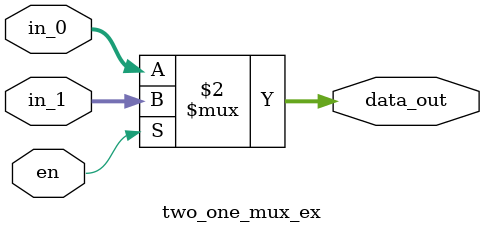
<source format=v>

module two_one_mux_ex(
    output wire [63:0] data_out,
    input wire [63:0] in_0, in_1,
    input wire en
    );

assign data_out = (en==1) ? in_1 : in_0;

endmodule

</source>
